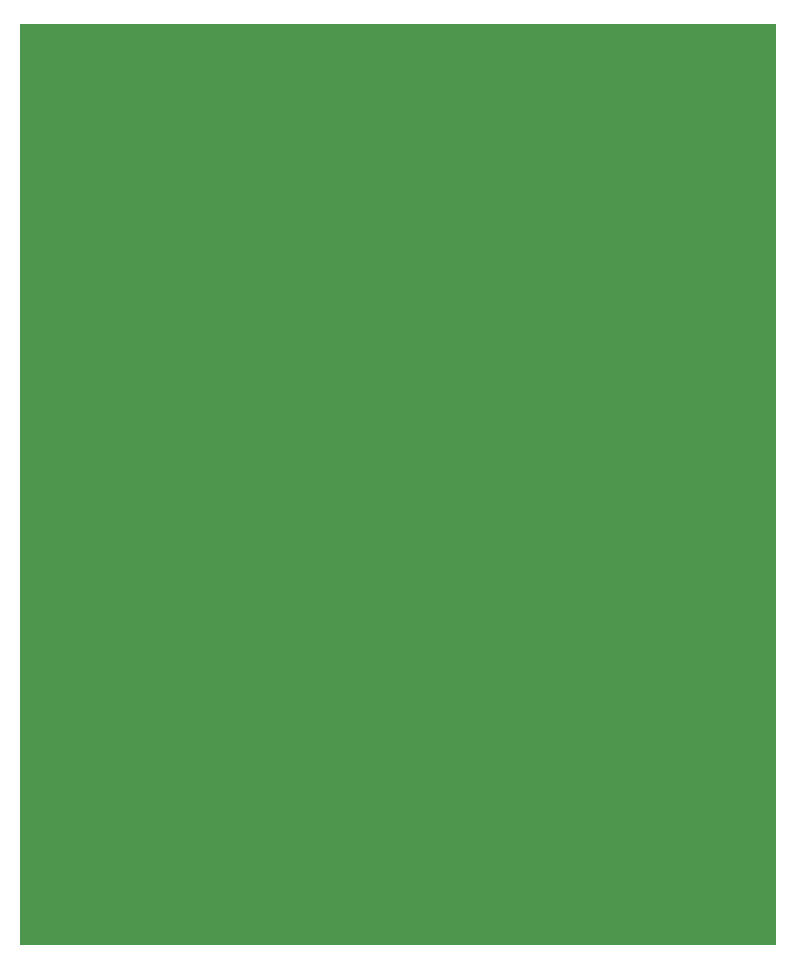
<source format=gbr>
G04 DipTrace 2.4.0.2*
%INBoard.gbr*%
%MOMM*%
%ADD11C,0.14*%
%FSLAX53Y53*%
G04*
G71*
G90*
G75*
G01*
%LNBoardPoly*%
%LPD*%
G36*
X0Y0D2*
D11*
X-64000D1*
Y78000D1*
X0D1*
Y0D1*
G37*
M02*

</source>
